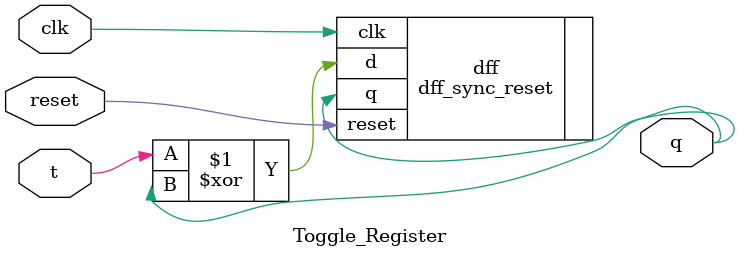
<source format=v>
`timescale 1ns / 1ps

//If t=0, the output does not toggle.  If t=1, the output toggles on every rising clock edge.

module Toggle_Register(
    input clk,
    input reset,
    input t,
    output q
    );

dff_sync_reset dff(.clk(clk),.reset(reset),.d(t ^ q), .q(q));

endmodule

</source>
